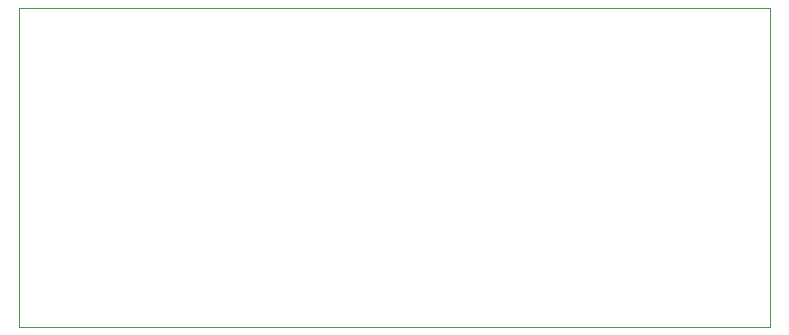
<source format=gko>
%TF.GenerationSoftware,KiCad,Pcbnew,5.1.7*%
%TF.CreationDate,2020-11-17T16:44:46+01:00*%
%TF.ProjectId,pca9632_led_controller,70636139-3633-4325-9f6c-65645f636f6e,rev?*%
%TF.SameCoordinates,Original*%
%TF.FileFunction,Profile,NP*%
%FSLAX46Y46*%
G04 Gerber Fmt 4.6, Leading zero omitted, Abs format (unit mm)*
G04 Created by KiCad (PCBNEW 5.1.7) date 2020-11-17 16:44:46*
%MOMM*%
%LPD*%
G01*
G04 APERTURE LIST*
%TA.AperFunction,Profile*%
%ADD10C,0.050000*%
%TD*%
G04 APERTURE END LIST*
D10*
X100450000Y-104800000D02*
X66900000Y-104800000D01*
X100450000Y-104800000D02*
X130500000Y-104800000D01*
X130500000Y-104800000D02*
X130500000Y-77800000D01*
X130500000Y-77800000D02*
X66900000Y-77800000D01*
X66900000Y-104800000D02*
X66900000Y-77800000D01*
M02*

</source>
